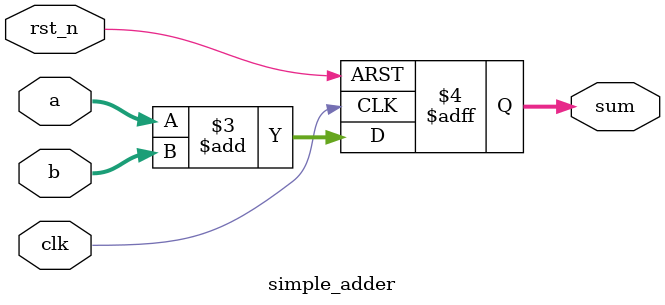
<source format=v>
module simple_adder (
  input  clk,
  input  rst_n,
  input  [7:0] a,
  input  [7:0] b,
  output [8:0] sum
);

reg [8:0] sum; // Declare sum as reg for sequential logic

always @(posedge clk or negedge rst_n) begin
  if (!rst_n) begin
    sum <= 9'b0;
  end else begin
    sum <= a + b;
  end
end

endmodule

</source>
